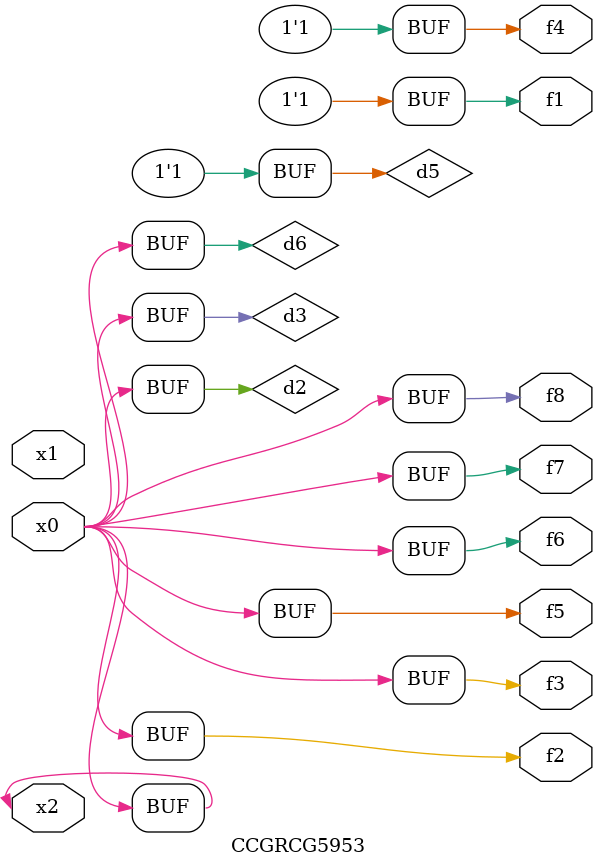
<source format=v>
module CCGRCG5953(
	input x0, x1, x2,
	output f1, f2, f3, f4, f5, f6, f7, f8
);

	wire d1, d2, d3, d4, d5, d6;

	xnor (d1, x2);
	buf (d2, x0, x2);
	and (d3, x0);
	xnor (d4, x1, x2);
	nand (d5, d1, d3);
	buf (d6, d2, d3);
	assign f1 = d5;
	assign f2 = d6;
	assign f3 = d6;
	assign f4 = d5;
	assign f5 = d6;
	assign f6 = d6;
	assign f7 = d6;
	assign f8 = d6;
endmodule

</source>
